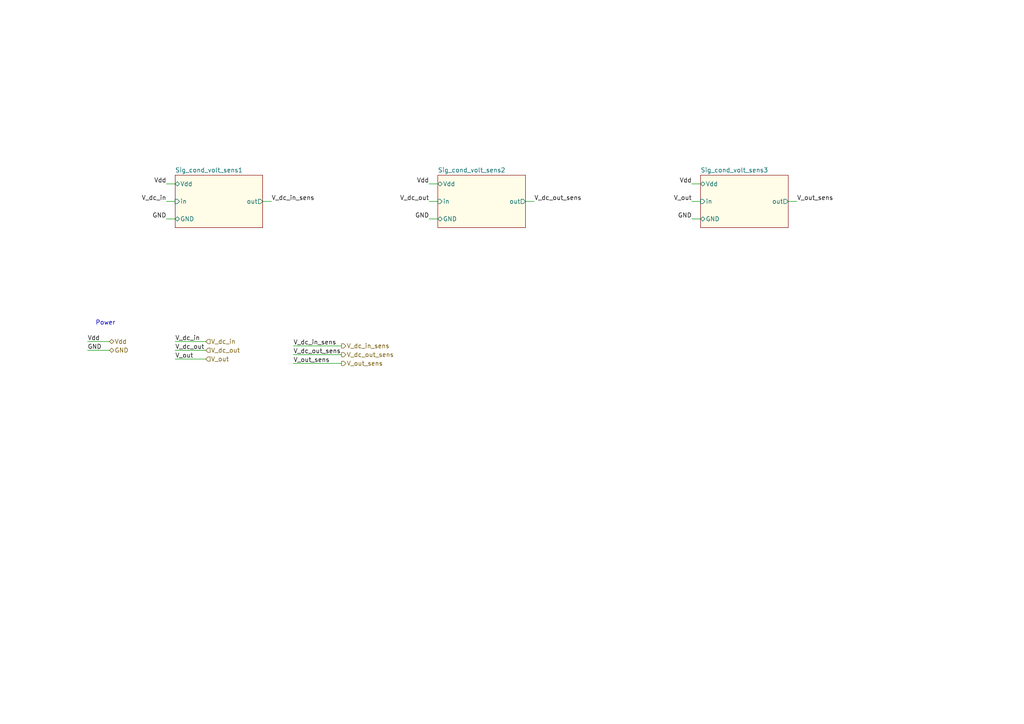
<source format=kicad_sch>
(kicad_sch
	(version 20231120)
	(generator "eeschema")
	(generator_version "8.0")
	(uuid "eccd9d76-1f99-476a-91cf-8b3db8268fd9")
	(paper "A4")
	(lib_symbols)
	(wire
		(pts
			(xy 127 63.5) (xy 124.46 63.5)
		)
		(stroke
			(width 0)
			(type default)
		)
		(uuid "043ecef5-381f-4e95-ab56-39948649945d")
	)
	(wire
		(pts
			(xy 85.09 102.87) (xy 99.06 102.87)
		)
		(stroke
			(width 0)
			(type default)
		)
		(uuid "069e90e7-e512-4e68-9300-082fcc55184b")
	)
	(wire
		(pts
			(xy 50.8 58.42) (xy 48.26 58.42)
		)
		(stroke
			(width 0)
			(type default)
		)
		(uuid "1ac521e2-499b-44c6-ba6f-e0e49320a264")
	)
	(wire
		(pts
			(xy 127 58.42) (xy 124.46 58.42)
		)
		(stroke
			(width 0)
			(type default)
		)
		(uuid "32a683b1-65e0-4202-8d0b-ddecfa327d2c")
	)
	(wire
		(pts
			(xy 203.2 58.42) (xy 200.66 58.42)
		)
		(stroke
			(width 0)
			(type default)
		)
		(uuid "3c0249cb-da53-444e-b559-fd5790778632")
	)
	(wire
		(pts
			(xy 59.69 104.14) (xy 50.8 104.14)
		)
		(stroke
			(width 0)
			(type default)
		)
		(uuid "3e3308c8-7a0f-45e0-85e4-1db5b251ff3f")
	)
	(wire
		(pts
			(xy 59.69 101.6) (xy 50.8 101.6)
		)
		(stroke
			(width 0)
			(type default)
		)
		(uuid "42cd3159-5e2b-43a3-8685-f0dea54c4094")
	)
	(wire
		(pts
			(xy 59.69 99.06) (xy 50.8 99.06)
		)
		(stroke
			(width 0)
			(type default)
		)
		(uuid "5558bdde-ce5c-4b6e-a1bb-51450b9f9e77")
	)
	(wire
		(pts
			(xy 78.74 58.42) (xy 76.2 58.42)
		)
		(stroke
			(width 0)
			(type default)
		)
		(uuid "609e5595-bfe9-4dbc-be1b-ac142f6abe9a")
	)
	(wire
		(pts
			(xy 203.2 63.5) (xy 200.66 63.5)
		)
		(stroke
			(width 0)
			(type default)
		)
		(uuid "645027e9-7575-4e12-a509-e404212425c0")
	)
	(wire
		(pts
			(xy 50.8 53.34) (xy 48.26 53.34)
		)
		(stroke
			(width 0)
			(type default)
		)
		(uuid "85d5139b-2c90-41a9-bfbb-d0b5c4ba56eb")
	)
	(wire
		(pts
			(xy 127 53.34) (xy 124.46 53.34)
		)
		(stroke
			(width 0)
			(type default)
		)
		(uuid "adc1e95e-600e-4914-97db-32d98036e5b4")
	)
	(wire
		(pts
			(xy 31.75 99.06) (xy 25.4 99.06)
		)
		(stroke
			(width 0)
			(type default)
		)
		(uuid "af230e94-bc13-46f7-ba2b-e54a138dae69")
	)
	(wire
		(pts
			(xy 85.09 100.33) (xy 99.06 100.33)
		)
		(stroke
			(width 0)
			(type default)
		)
		(uuid "b9dbc0e6-bee4-4361-9dd2-ea4b36578f72")
	)
	(wire
		(pts
			(xy 203.2 53.34) (xy 200.66 53.34)
		)
		(stroke
			(width 0)
			(type default)
		)
		(uuid "cd6815b9-6553-4999-8696-a1ba10707e6b")
	)
	(wire
		(pts
			(xy 231.14 58.42) (xy 228.6 58.42)
		)
		(stroke
			(width 0)
			(type default)
		)
		(uuid "cf83608c-9202-46ef-a715-f3cddc596cd6")
	)
	(wire
		(pts
			(xy 85.09 105.41) (xy 99.06 105.41)
		)
		(stroke
			(width 0)
			(type default)
		)
		(uuid "e4b93bfe-e0f3-4e64-8e89-72fc2896844b")
	)
	(wire
		(pts
			(xy 50.8 63.5) (xy 48.26 63.5)
		)
		(stroke
			(width 0)
			(type default)
		)
		(uuid "f5241fcb-f0f4-4616-a16a-3ca9f17ad18d")
	)
	(wire
		(pts
			(xy 31.75 101.6) (xy 25.4 101.6)
		)
		(stroke
			(width 0)
			(type default)
		)
		(uuid "f71005e5-4743-428a-a1a3-c7561bc02306")
	)
	(wire
		(pts
			(xy 154.94 58.42) (xy 152.4 58.42)
		)
		(stroke
			(width 0)
			(type default)
		)
		(uuid "f7e7aca1-1a7a-4e35-8048-c369832c6342")
	)
	(text "Power"
		(exclude_from_sim no)
		(at 27.686 93.726 0)
		(effects
			(font
				(size 1.27 1.27)
			)
			(justify left)
		)
		(uuid "cc3ff2ed-b64b-48b9-ad5f-fe5a42f21853")
	)
	(label "V_dc_in"
		(at 50.8 99.06 0)
		(fields_autoplaced yes)
		(effects
			(font
				(size 1.27 1.27)
			)
			(justify left bottom)
		)
		(uuid "010a6e11-fdb5-4f9e-8a5d-5ae6b378142e")
	)
	(label "GND"
		(at 25.4 101.6 0)
		(fields_autoplaced yes)
		(effects
			(font
				(size 1.27 1.27)
			)
			(justify left bottom)
		)
		(uuid "1e21a214-1b23-428e-8287-21c21ea51da9")
	)
	(label "V_dc_out"
		(at 124.46 58.42 180)
		(fields_autoplaced yes)
		(effects
			(font
				(size 1.27 1.27)
			)
			(justify right bottom)
		)
		(uuid "3251df05-b0ec-4d5f-85f4-32e1865fb5c0")
	)
	(label "V_dc_in"
		(at 48.26 58.42 180)
		(fields_autoplaced yes)
		(effects
			(font
				(size 1.27 1.27)
			)
			(justify right bottom)
		)
		(uuid "45a6680c-98bf-43be-af8d-a65aaefb707c")
	)
	(label "GND"
		(at 48.26 63.5 180)
		(fields_autoplaced yes)
		(effects
			(font
				(size 1.27 1.27)
			)
			(justify right bottom)
		)
		(uuid "530833c5-a2f9-43a7-a724-2446c55c3632")
	)
	(label "Vdd"
		(at 124.46 53.34 180)
		(fields_autoplaced yes)
		(effects
			(font
				(size 1.27 1.27)
			)
			(justify right bottom)
		)
		(uuid "7c1201c4-4c30-414d-9e27-dcf581de68dd")
	)
	(label "V_dc_in_sens"
		(at 85.09 100.33 0)
		(fields_autoplaced yes)
		(effects
			(font
				(size 1.27 1.27)
			)
			(justify left bottom)
		)
		(uuid "897b9230-ce11-4a9a-bc8c-b695955e55f3")
	)
	(label "V_out"
		(at 200.66 58.42 180)
		(fields_autoplaced yes)
		(effects
			(font
				(size 1.27 1.27)
			)
			(justify right bottom)
		)
		(uuid "9f61e90e-737c-4c86-92e0-99f926787738")
	)
	(label "Vdd"
		(at 48.26 53.34 180)
		(fields_autoplaced yes)
		(effects
			(font
				(size 1.27 1.27)
			)
			(justify right bottom)
		)
		(uuid "9f9bba51-54b3-4bfd-8bf9-52211c3f5c13")
	)
	(label "V_out_sens"
		(at 231.14 58.42 0)
		(fields_autoplaced yes)
		(effects
			(font
				(size 1.27 1.27)
			)
			(justify left bottom)
		)
		(uuid "a0484623-0aaa-4cdc-b48f-0b8d2e82169a")
	)
	(label "V_dc_in_sens"
		(at 78.74 58.42 0)
		(fields_autoplaced yes)
		(effects
			(font
				(size 1.27 1.27)
			)
			(justify left bottom)
		)
		(uuid "b645ea7f-9c60-4231-9bae-6f1fdc273cc3")
	)
	(label "V_dc_out_sens"
		(at 85.09 102.87 0)
		(fields_autoplaced yes)
		(effects
			(font
				(size 1.27 1.27)
			)
			(justify left bottom)
		)
		(uuid "c8116170-c65f-4ba5-b2a4-039fcb78e55d")
	)
	(label "V_out"
		(at 50.8 104.14 0)
		(fields_autoplaced yes)
		(effects
			(font
				(size 1.27 1.27)
			)
			(justify left bottom)
		)
		(uuid "d9653a62-c8fe-4829-b17e-60f0bd2e826a")
	)
	(label "V_dc_out_sens"
		(at 154.94 58.42 0)
		(fields_autoplaced yes)
		(effects
			(font
				(size 1.27 1.27)
			)
			(justify left bottom)
		)
		(uuid "dace4d22-73b0-4d37-a8fa-257f5781a83e")
	)
	(label "GND"
		(at 200.66 63.5 180)
		(fields_autoplaced yes)
		(effects
			(font
				(size 1.27 1.27)
			)
			(justify right bottom)
		)
		(uuid "dd10355f-6b9a-45fd-a01a-3a6cff8c335d")
	)
	(label "V_out_sens"
		(at 85.09 105.41 0)
		(fields_autoplaced yes)
		(effects
			(font
				(size 1.27 1.27)
			)
			(justify left bottom)
		)
		(uuid "e0b690ab-f3da-41d5-9edc-90d29d8520aa")
	)
	(label "V_dc_out"
		(at 50.8 101.6 0)
		(fields_autoplaced yes)
		(effects
			(font
				(size 1.27 1.27)
			)
			(justify left bottom)
		)
		(uuid "e3a92cba-7939-4201-a740-ada71e64d98c")
	)
	(label "GND"
		(at 124.46 63.5 180)
		(fields_autoplaced yes)
		(effects
			(font
				(size 1.27 1.27)
			)
			(justify right bottom)
		)
		(uuid "e6b44f31-0b61-479a-8208-072392dd2765")
	)
	(label "Vdd"
		(at 200.66 53.34 180)
		(fields_autoplaced yes)
		(effects
			(font
				(size 1.27 1.27)
			)
			(justify right bottom)
		)
		(uuid "e72d67de-af10-4949-8ad2-b67a0e192101")
	)
	(label "Vdd"
		(at 25.4 99.06 0)
		(fields_autoplaced yes)
		(effects
			(font
				(size 1.27 1.27)
			)
			(justify left bottom)
		)
		(uuid "f496c5e8-10c9-4e85-b0e5-70c34222e040")
	)
	(hierarchical_label "V_dc_out"
		(shape input)
		(at 59.69 101.6 0)
		(fields_autoplaced yes)
		(effects
			(font
				(size 1.27 1.27)
			)
			(justify left)
		)
		(uuid "1155b4e4-d97d-48be-bba7-cee58c3a9e33")
	)
	(hierarchical_label "V_dc_in"
		(shape input)
		(at 59.69 99.06 0)
		(fields_autoplaced yes)
		(effects
			(font
				(size 1.27 1.27)
			)
			(justify left)
		)
		(uuid "21c4dde4-9100-476b-ae4f-c1656375452d")
	)
	(hierarchical_label "V_dc_out_sens"
		(shape output)
		(at 99.06 102.87 0)
		(fields_autoplaced yes)
		(effects
			(font
				(size 1.27 1.27)
			)
			(justify left)
		)
		(uuid "48ee30b3-4a81-479d-b59a-8ad53430b3ed")
	)
	(hierarchical_label "V_out_sens"
		(shape output)
		(at 99.06 105.41 0)
		(fields_autoplaced yes)
		(effects
			(font
				(size 1.27 1.27)
			)
			(justify left)
		)
		(uuid "4dde89d3-3be5-4a0d-87f3-118383e1a5da")
	)
	(hierarchical_label "V_out"
		(shape input)
		(at 59.69 104.14 0)
		(fields_autoplaced yes)
		(effects
			(font
				(size 1.27 1.27)
			)
			(justify left)
		)
		(uuid "8179dd2d-f135-4e3b-af4f-1783d38f9951")
	)
	(hierarchical_label "Vdd"
		(shape bidirectional)
		(at 31.75 99.06 0)
		(fields_autoplaced yes)
		(effects
			(font
				(size 1.27 1.27)
			)
			(justify left)
		)
		(uuid "b6c878f4-bf25-40b8-a267-03b1f7675c66")
	)
	(hierarchical_label "V_dc_in_sens"
		(shape output)
		(at 99.06 100.33 0)
		(fields_autoplaced yes)
		(effects
			(font
				(size 1.27 1.27)
			)
			(justify left)
		)
		(uuid "e7a922c1-6cee-4052-bdf0-b76dc9306b99")
	)
	(hierarchical_label "GND"
		(shape bidirectional)
		(at 31.75 101.6 0)
		(fields_autoplaced yes)
		(effects
			(font
				(size 1.27 1.27)
			)
			(justify left)
		)
		(uuid "f0f77c6e-6c08-408d-8ebe-13a127722053")
	)
	(sheet
		(at 127 50.8)
		(size 25.4 15.24)
		(fields_autoplaced yes)
		(stroke
			(width 0.1524)
			(type solid)
		)
		(fill
			(color 255 253 231 1.0000)
		)
		(uuid "214128e5-b4fd-48c1-a728-3a38148359c4")
		(property "Sheetname" "Sig_cond_volt_sens2"
			(at 127 50.0884 0)
			(effects
				(font
					(size 1.27 1.27)
				)
				(justify left bottom)
			)
		)
		(property "Sheetfile" "Signal conditioning_Voltage.kicad_sch"
			(at 127 66.6246 0)
			(effects
				(font
					(size 1.27 1.27)
				)
				(justify left top)
				(hide yes)
			)
		)
		(pin "GND" bidirectional
			(at 127 63.5 180)
			(effects
				(font
					(size 1.27 1.27)
				)
				(justify left)
			)
			(uuid "95dfb6b7-c3d4-4125-a598-df8aa63c0dac")
		)
		(pin "Vdd" bidirectional
			(at 127 53.34 180)
			(effects
				(font
					(size 1.27 1.27)
				)
				(justify left)
			)
			(uuid "4d747c44-2261-4545-9e53-05ac08008a85")
		)
		(pin "in" input
			(at 127 58.42 180)
			(effects
				(font
					(size 1.27 1.27)
				)
				(justify left)
			)
			(uuid "af982ee4-cfb9-49b6-a68d-58268e6c6961")
		)
		(pin "out" output
			(at 152.4 58.42 0)
			(effects
				(font
					(size 1.27 1.27)
				)
				(justify right)
			)
			(uuid "6cd99636-cfbf-4c39-96a2-17fa6c7bdfd4")
		)
		(instances
			(project "buck-boost-xp"
				(path "/3f994017-d36f-4c43-a8c8-740bd919e8ad/70cf8e5f-42f7-4af1-be5f-f7a395e09e78/10e18598-b3a5-43f8-8c73-25c6a5ac7f3b"
					(page "15")
				)
			)
		)
	)
	(sheet
		(at 203.2 50.8)
		(size 25.4 15.24)
		(fields_autoplaced yes)
		(stroke
			(width 0.1524)
			(type solid)
		)
		(fill
			(color 255 253 231 1.0000)
		)
		(uuid "59a0d10e-a640-4cee-9a9c-5000a4ed7e4d")
		(property "Sheetname" "Sig_cond_volt_sens3"
			(at 203.2 50.0884 0)
			(effects
				(font
					(size 1.27 1.27)
				)
				(justify left bottom)
			)
		)
		(property "Sheetfile" "Signal conditioning_Voltage.kicad_sch"
			(at 203.2 66.6246 0)
			(effects
				(font
					(size 1.27 1.27)
				)
				(justify left top)
				(hide yes)
			)
		)
		(pin "GND" bidirectional
			(at 203.2 63.5 180)
			(effects
				(font
					(size 1.27 1.27)
				)
				(justify left)
			)
			(uuid "8ee55306-5e6d-41b3-9a31-3b10a571c23b")
		)
		(pin "Vdd" bidirectional
			(at 203.2 53.34 180)
			(effects
				(font
					(size 1.27 1.27)
				)
				(justify left)
			)
			(uuid "02a4d3cd-0b2a-4af2-b83c-1c67d0a6d40e")
		)
		(pin "in" input
			(at 203.2 58.42 180)
			(effects
				(font
					(size 1.27 1.27)
				)
				(justify left)
			)
			(uuid "8221bd2d-633d-4423-aa3f-b405e69f1502")
		)
		(pin "out" output
			(at 228.6 58.42 0)
			(effects
				(font
					(size 1.27 1.27)
				)
				(justify right)
			)
			(uuid "0809b788-6cab-4e13-b298-f26627739612")
		)
		(instances
			(project "buck-boost-xp"
				(path "/3f994017-d36f-4c43-a8c8-740bd919e8ad/70cf8e5f-42f7-4af1-be5f-f7a395e09e78/10e18598-b3a5-43f8-8c73-25c6a5ac7f3b"
					(page "16")
				)
			)
		)
	)
	(sheet
		(at 50.8 50.8)
		(size 25.4 15.24)
		(fields_autoplaced yes)
		(stroke
			(width 0.1524)
			(type solid)
		)
		(fill
			(color 255 253 231 1.0000)
		)
		(uuid "d656cdb5-bd1e-4a9a-87e8-2a4cb4a7ff57")
		(property "Sheetname" "Sig_cond_volt_sens1"
			(at 50.8 50.0884 0)
			(effects
				(font
					(size 1.27 1.27)
				)
				(justify left bottom)
			)
		)
		(property "Sheetfile" "Signal conditioning_Voltage.kicad_sch"
			(at 50.8 66.6246 0)
			(effects
				(font
					(size 1.27 1.27)
				)
				(justify left top)
				(hide yes)
			)
		)
		(pin "GND" bidirectional
			(at 50.8 63.5 180)
			(effects
				(font
					(size 1.27 1.27)
				)
				(justify left)
			)
			(uuid "c601b6d9-4b2a-4f02-b4c2-05f01f7ec035")
		)
		(pin "Vdd" bidirectional
			(at 50.8 53.34 180)
			(effects
				(font
					(size 1.27 1.27)
				)
				(justify left)
			)
			(uuid "5b040601-9987-4cc9-8481-9d1ea84542c3")
		)
		(pin "in" input
			(at 50.8 58.42 180)
			(effects
				(font
					(size 1.27 1.27)
				)
				(justify left)
			)
			(uuid "06cde11a-cb77-4916-a02a-57cb69a83632")
		)
		(pin "out" output
			(at 76.2 58.42 0)
			(effects
				(font
					(size 1.27 1.27)
				)
				(justify right)
			)
			(uuid "57e7145d-e3d7-4012-a3d2-4b20ccb985e2")
		)
		(instances
			(project "buck-boost-xp"
				(path "/3f994017-d36f-4c43-a8c8-740bd919e8ad/70cf8e5f-42f7-4af1-be5f-f7a395e09e78/10e18598-b3a5-43f8-8c73-25c6a5ac7f3b"
					(page "14")
				)
			)
		)
	)
)

</source>
